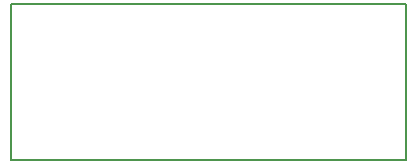
<source format=gbr>
G04 #@! TF.GenerationSoftware,KiCad,Pcbnew,5.1.5+dfsg1-2build2*
G04 #@! TF.CreationDate,2021-03-11T17:09:23+01:00*
G04 #@! TF.ProjectId,70cm_preamp,3730636d-5f70-4726-9561-6d702e6b6963,rev?*
G04 #@! TF.SameCoordinates,Original*
G04 #@! TF.FileFunction,Profile,NP*
%FSLAX46Y46*%
G04 Gerber Fmt 4.6, Leading zero omitted, Abs format (unit mm)*
G04 Created by KiCad (PCBNEW 5.1.5+dfsg1-2build2) date 2021-03-11 17:09:23*
%MOMM*%
%LPD*%
G04 APERTURE LIST*
%ADD10C,0.150000*%
G04 APERTURE END LIST*
D10*
X42350000Y-43400000D02*
X42350000Y-36800000D01*
X75800000Y-43400000D02*
X42350000Y-43400000D01*
X75800000Y-30200000D02*
X75800000Y-43400000D01*
X42350000Y-30200000D02*
X75800000Y-30200000D01*
X42350000Y-36800000D02*
X42350000Y-30200000D01*
M02*

</source>
